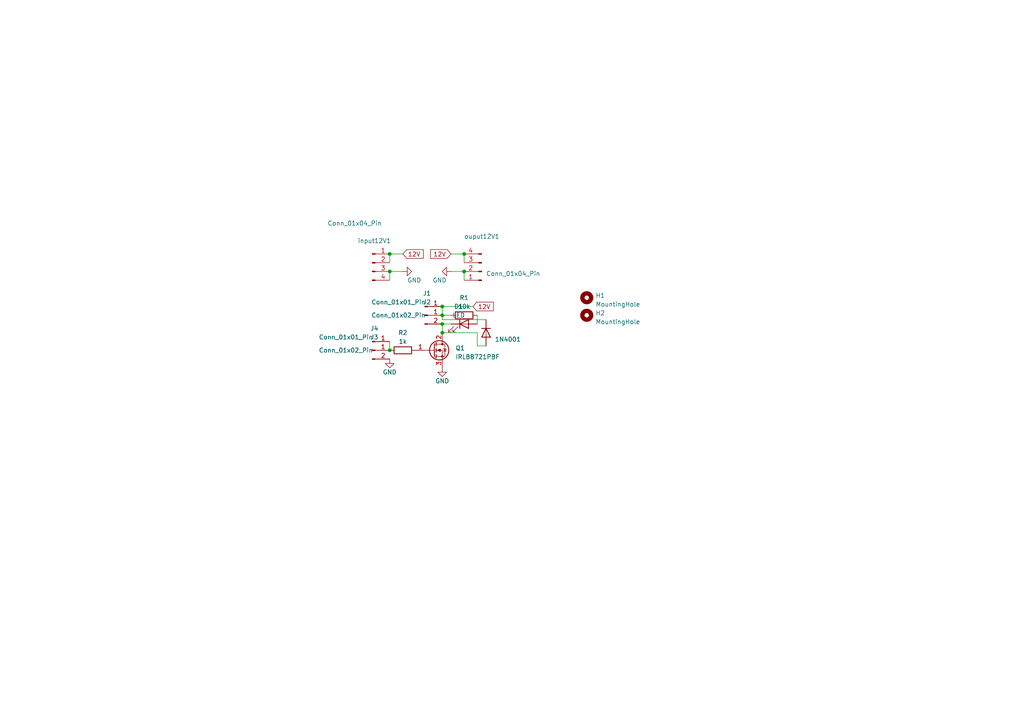
<source format=kicad_sch>
(kicad_sch (version 20230121) (generator eeschema)
  (paper "A4")
  (lib_symbols
    (symbol "Connector:Conn_01x01_Pin" (pin_names (offset 1.016) hide)
      (property "Reference" "J" (at 0 2.54 0))
      (property "Value" "Conn_01x01_Pin" (at 0 -2.54 0))
      (symbol "Conn_01x01_Pin_1_1"
        (polyline (pts (xy 1.27 0) (xy 0.8636 0)) (stroke (width 0.1524)))
        (rectangle (start 0.8636 0.127) (end 0 -0.127) (stroke (width 0.1524)) (fill (type outline)))
        (pin passive line (at 5.08 0 180) (length 3.81) (name "Pin_1") (number "1"))
      )
    )
    (symbol "Connector:Conn_01x02_Pin" (pin_names (offset 1.016) hide)
      (property "Reference" "J" (at 0 2.54 0))
      (property "Value" "Conn_01x02_Pin" (at 0 -5.08 0))
      (symbol "Conn_01x02_Pin_1_1"
        (polyline (pts (xy 1.27 -2.54) (xy 0.8636 -2.54)) (stroke (width 0.1524)))
        (polyline (pts (xy 1.27 0) (xy 0.8636 0)) (stroke (width 0.1524)))
        (rectangle (start 0.8636 -2.413) (end 0 -2.667) (stroke (width 0.1524)) (fill (type outline)))
        (rectangle (start 0.8636 0.127) (end 0 -0.127) (stroke (width 0.1524)) (fill (type outline)))
        (pin passive line (at 5.08 0 180) (length 3.81) (name "Pin_1") (number "1"))
        (pin passive line (at 5.08 -2.54 180) (length 3.81) (name "Pin_2") (number "2"))
      )
    )
    (symbol "Connector:Conn_01x04_Pin" (pin_names (offset 1.016) hide)
      (property "Reference" "J" (at 0 5.08 0))
      (property "Value" "Conn_01x04_Pin" (at 0 -7.62 0))
      (symbol "Conn_01x04_Pin_1_1"
        (polyline (pts (xy 1.27 -5.08) (xy 0.8636 -5.08)) (stroke (width 0.1524)))
        (polyline (pts (xy 1.27 -2.54) (xy 0.8636 -2.54)) (stroke (width 0.1524)))
        (polyline (pts (xy 1.27 0) (xy 0.8636 0)) (stroke (width 0.1524)))
        (polyline (pts (xy 1.27 2.54) (xy 0.8636 2.54)) (stroke (width 0.1524)))
        (rectangle (start 0.8636 -4.953) (end 0 -5.207) (stroke (width 0.1524)) (fill (type outline)))
        (rectangle (start 0.8636 -2.413) (end 0 -2.667) (stroke (width 0.1524)) (fill (type outline)))
        (rectangle (start 0.8636 0.127) (end 0 -0.127) (stroke (width 0.1524)) (fill (type outline)))
        (rectangle (start 0.8636 2.667) (end 0 2.413) (stroke (width 0.1524)) (fill (type outline)))
        (pin passive line (at 5.08 2.54 180) (length 3.81) (name "Pin_1") (number "1"))
        (pin passive line (at 5.08 0 180) (length 3.81) (name "Pin_2") (number "2"))
        (pin passive line (at 5.08 -2.54 180) (length 3.81) (name "Pin_3") (number "3"))
        (pin passive line (at 5.08 -5.08 180) (length 3.81) (name "Pin_4") (number "4"))
      )
    )
    (symbol "Device:LED" (pin_numbers hide) (pin_names (offset 1.016) hide)
      (property "Reference" "D" (at 0 2.54 0))
      (property "Value" "LED" (at 0 -2.54 0))
      (symbol "LED_0_1"
        (polyline (pts (xy -1.27 -1.27) (xy -1.27 1.27)) (stroke (width 0.254)))
        (polyline (pts (xy -1.27 0) (xy 1.27 0)))
        (polyline (pts (xy 1.27 -1.27) (xy 1.27 1.27) (xy -1.27 0) (xy 1.27 -1.27)) (stroke (width 0.254)))
        (polyline (pts (xy -3.048 -0.762) (xy -4.572 -2.286) (xy -3.81 -2.286) (xy -4.572 -2.286) (xy -4.572 -1.524)))
        (polyline (pts (xy -1.778 -0.762) (xy -3.302 -2.286) (xy -2.54 -2.286) (xy -3.302 -2.286) (xy -3.302 -1.524)))
      )
      (symbol "LED_1_1"
        (pin passive line (at -3.81 0 0) (length 2.54) (name "K") (number "1"))
        (pin passive line (at 3.81 0 180) (length 2.54) (name "A") (number "2"))
      )
    )
    (symbol "Device:R" (pin_numbers hide) (pin_names (offset 0))
      (property "Reference" "R" (at 2.032 0 90))
      (property "Value" "R" (at 0 0 90))
      (symbol "R_0_1"
        (rectangle (start -1.016 -2.54) (end 1.016 2.54) (stroke (width 0.254)))
      )
      (symbol "R_1_1"
        (pin passive line (at 0 3.81 270) (length 1.27) (name "~") (number "1"))
        (pin passive line (at 0 -3.81 90) (length 1.27) (name "~") (number "2"))
      )
    )
    (symbol "Diode:1N4001" (pin_numbers hide) (pin_names hide)
      (property "Reference" "D" (at 0 2.54 0))
      (property "Value" "1N4001" (at 0 -2.54 0))
      (symbol "1N4001_0_1"
        (polyline (pts (xy -1.27 1.27) (xy -1.27 -1.27)) (stroke (width 0.254)))
        (polyline (pts (xy 1.27 0) (xy -1.27 0)))
        (polyline (pts (xy 1.27 1.27) (xy 1.27 -1.27) (xy -1.27 0) (xy 1.27 1.27)) (stroke (width 0.254)))
      )
      (symbol "1N4001_1_1"
        (pin passive line (at -3.81 0 0) (length 2.54) (name "K") (number "1"))
        (pin passive line (at 3.81 0 180) (length 2.54) (name "A") (number "2"))
      )
    )
    (symbol "Mechanical:MountingHole" (pin_names (offset 1.016))
      (property "Reference" "H" (at 0 5.08 0))
      (property "Value" "MountingHole" (at 0 3.175 0))
      (symbol "MountingHole_0_1"
        (circle (center 0 0) (radius 1.27) (stroke (width 1.27)))
      )
    )
    (symbol "Transistor_FET:IRLB8721PBF" (pin_names hide)
      (property "Reference" "Q" (at 6.35 1.905 0))
      (property "Value" "IRLB8721PBF" (at 6.35 0 0))
      (symbol "IRLB8721PBF_0_1"
        (polyline (pts (xy 0.254 0) (xy -2.54 0)))
        (polyline (pts (xy 0.254 1.905) (xy 0.254 -1.905)) (stroke (width 0.254)))
        (polyline (pts (xy 0.762 -1.27) (xy 0.762 -2.286)) (stroke (width 0.254)))
        (polyline (pts (xy 0.762 0.508) (xy 0.762 -0.508)) (stroke (width 0.254)))
        (polyline (pts (xy 0.762 2.286) (xy 0.762 1.27)) (stroke (width 0.254)))
        (polyline (pts (xy 2.54 2.54) (xy 2.54 1.778)))
        (polyline (pts (xy 2.54 -2.54) (xy 2.54 0) (xy 0.762 0)))
        (polyline (pts (xy 0.762 -1.778) (xy 3.302 -1.778) (xy 3.302 1.778) (xy 0.762 1.778)))
        (polyline (pts (xy 1.016 0) (xy 2.032 0.381) (xy 2.032 -0.381) (xy 1.016 0)) (fill (type outline)))
        (polyline (pts (xy 2.794 0.508) (xy 2.921 0.381) (xy 3.683 0.381) (xy 3.81 0.254)))
        (polyline (pts (xy 3.302 0.381) (xy 2.921 -0.254) (xy 3.683 -0.254) (xy 3.302 0.381)))
        (circle (center 1.651 0) (radius 2.794) (stroke (width 0.254)))
        (circle (center 2.54 -1.778) (radius 0.254) (fill (type outline)))
        (circle (center 2.54 1.778) (radius 0.254) (fill (type outline)))
      )
      (symbol "IRLB8721PBF_1_1"
        (pin input line (at -5.08 0 0) (length 2.54) (name "G") (number "1"))
        (pin passive line (at 2.54 5.08 270) (length 2.54) (name "D") (number "2"))
        (pin passive line (at 2.54 -5.08 90) (length 2.54) (name "S") (number "3"))
      )
    )
    (symbol "power:GND" (power) (pin_names (offset 0))
      (property "Value" "GND" (at 0 -3.81 0))
      (symbol "GND_0_1"
        (polyline (pts (xy 0 0) (xy 0 -1.27) (xy 1.27 -1.27) (xy 0 -2.54) (xy -1.27 -1.27) (xy 0 -1.27)))
      )
      (symbol "GND_1_1"
        (pin power_in line (at 0 0 270) (length 0) hide (name "GND") (number "1"))
      )
    )
  )
  (junction (at 128.27 96.52))
  (junction (at 128.27 91.44))
  (junction (at 128.27 88.9))
  (junction (at 113.03 101.6))
  (junction (at 134.62 73.66))
  (junction (at 113.03 78.74))
  (junction (at 113.03 73.66))
  (junction (at 128.27 93.98))
  (junction (at 134.62 78.74))
  (wire (pts (xy 128.27 91.44) (xy 128.27 92.71)))
  (wire (pts (xy 113.03 99.06) (xy 113.03 101.6)))
  (wire (pts (xy 130.81 73.66) (xy 134.62 73.66)))
  (wire (pts (xy 128.27 88.9) (xy 128.27 91.44)))
  (wire (pts (xy 134.62 73.66) (xy 134.62 76.2)))
  (wire (pts (xy 113.03 78.74) (xy 113.03 81.28)))
  (wire (pts (xy 113.03 73.66) (xy 116.84 73.66)))
  (wire (pts (xy 128.27 93.98) (xy 130.81 93.98)))
  (wire (pts (xy 113.03 78.74) (xy 116.84 78.74)))
  (wire (pts (xy 113.03 73.66) (xy 113.03 76.2)))
  (wire (pts (xy 140.97 100.33) (xy 138.43 100.33)))
  (wire (pts (xy 128.27 91.44) (xy 130.81 91.44)))
  (wire (pts (xy 128.27 92.71) (xy 140.97 92.71)))
  (wire (pts (xy 138.43 96.52) (xy 128.27 96.52)))
  (wire (pts (xy 134.62 78.74) (xy 134.62 81.28)))
  (wire (pts (xy 138.43 91.44) (xy 138.43 93.98)))
  (wire (pts (xy 130.81 78.74) (xy 134.62 78.74)))
  (wire (pts (xy 138.43 100.33) (xy 138.43 96.52)))
  (wire (pts (xy 128.27 88.9) (xy 137.16 88.9)))
  (wire (pts (xy 128.27 93.98) (xy 128.27 96.52)))
  (global_label "12V" (shape input) (at 137.16 88.9 0) (property "Intersheetrefs" "${INTERSHEET_REFS}" (effects hide)))
  (global_label "12V" (shape input) (at 116.84 73.66 0) (property "Intersheetrefs" "${INTERSHEET_REFS}" (effects hide)))
  (global_label "12V" (shape input) (at 130.81 73.66 180) (property "Intersheetrefs" "${INTERSHEET_REFS}" (effects hide)))
  (symbol (lib_id "Connector:Conn_01x02_Pin") (at 107.95 101.6 0) (unit 1)
    (property "Reference" "J3" (at 108.585 97.79 0))
    (property "Value" "Conn_01x02_Pin" (at 100.33 101.6 0))
    (property "Footprint" "Connector_Molex:Molex_KK-254_AE-6410-02A_1x02_P2.54mm_Vertical" (effects hide))
  )
  (symbol (lib_id "Device:R") (at 134.62 91.44 90) (unit 1)
    (property "Reference" "R1" (at 134.62 86.36 90))
    (property "Value" "10k" (at 134.62 88.9 90))
    (property "Footprint" "Resistor_SMD:R_0805_2012Metric_Pad1.20x1.40mm_HandSolder" (effects hide))
  )
  (symbol (lib_id "Connector:Conn_01x02_Pin") (at 123.19 91.44 0) (unit 1)
    (property "Reference" "J2" (at 123.825 87.63 0))
    (property "Value" "Conn_01x02_Pin" (at 115.57 91.44 0))
    (property "Footprint" "Connector_Molex:Molex_KK-254_AE-6410-02A_1x02_P2.54mm_Vertical" (effects hide))
  )
  (symbol (lib_id "power:GND") (at 128.27 106.68 0) (unit 1)
    (property "Reference" "#PWR01" (effects hide))
    (property "Value" "GND" (at 128.27 110.49 0))
  )
  (symbol (lib_id "power:GND") (at 113.03 104.14 0) (unit 1)
    (property "Reference" "#PWR02" (effects hide))
    (property "Value" "GND" (at 113.03 107.95 0))
  )
  (symbol (lib_id "Connector:Conn_01x04_Pin") (at 139.7 78.74 180) (unit 1)
    (property "Reference" "ouput12V1" (at 134.62 68.58 0) (effects (justify right)))
    (property "Value" "Conn_01x04_Pin" (at 140.97 79.375 0) (effects (justify right)))
    (property "Footprint" "Connector_PinHeader_2.54mm:PinHeader_1x04_P2.54mm_Vertical" (effects hide))
  )
  (symbol (lib_id "power:GND") (at 130.81 78.74 270) (unit 1)
    (property "Reference" "#PWR04" (effects hide))
    (property "Value" "GND" (at 129.54 81.28 90) (effects (justify right)))
  )
  (symbol (lib_id "Transistor_FET:IRLB8721PBF") (at 125.73 101.6 0) (unit 1)
    (property "Reference" "Q1" (at 132.08 100.965 0) (effects (justify left)))
    (property "Value" "IRLB8721PBF" (at 132.08 103.505 0) (effects (justify left)))
    (property "Footprint" "Package_TO_SOT_THT:TO-220-3_Vertical" (effects hide))
    (property "Datasheet" "http://www.infineon.com/dgdl/irlb8721pbf.pdf?fileId=5546d462533600a40153566056732591" (effects hide))
  )
  (symbol (lib_id "Connector:Conn_01x01_Pin") (at 123.19 88.9 0) (unit 1)
    (property "Reference" "J1" (at 123.825 85.09 0))
    (property "Value" "Conn_01x01_Pin" (at 115.57 87.63 0))
    (property "Footprint" "Connector_PinHeader_2.54mm:PinHeader_1x01_P2.54mm_Vertical" (effects hide))
  )
  (symbol (lib_id "Device:LED") (at 134.62 93.98 0) (unit 1)
    (property "Reference" "D1" (at 133.0325 88.9 0))
    (property "Value" "LED" (at 133.0325 91.44 0))
    (property "Footprint" "LED_SMD:LED_1206_3216Metric_Pad1.42x1.75mm_HandSolder" (effects hide))
  )
  (symbol (lib_id "Mechanical:MountingHole") (at 170.18 91.44 0) (unit 1)
    (property "Reference" "H2" (at 172.72 90.805 0) (effects (justify left)))
    (property "Value" "MountingHole" (at 172.72 93.345 0) (effects (justify left)))
    (property "Footprint" "MountingHole:MountingHole_3.2mm_M3" (effects hide))
  )
  (symbol (lib_id "power:GND") (at 116.84 78.74 90) (unit 1)
    (property "Reference" "#PWR03" (effects hide))
    (property "Value" "GND" (at 118.11 81.28 90) (effects (justify right)))
  )
  (symbol (lib_id "Connector:Conn_01x04_Pin") (at 107.95 76.2 0) (unit 1)
    (property "Reference" "input12V1" (at 108.585 69.85 0))
    (property "Value" "Conn_01x04_Pin" (at 102.87 64.77 0))
    (property "Footprint" "Connector_PinHeader_2.54mm:PinHeader_1x04_P2.54mm_Vertical" (effects hide))
  )
  (symbol (lib_id "Diode:1N4001") (at 140.97 96.52 270) (unit 1)
    (property "Reference" "D2" (effects hide))
    (property "Value" "1N4001" (at 143.51 98.425 90) (effects (justify left)))
    (property "Footprint" "Diode_SMD:D_SMA_Handsoldering" (effects hide))
    (property "Datasheet" "http://www.vishay.com/docs/88503/1n4001.pdf" (effects hide))
    (property "Sim.Device" "D" (effects hide))
    (property "Sim.Pins" "1=K 2=A" (effects hide))
  )
  (symbol (lib_id "Connector:Conn_01x01_Pin") (at 107.95 99.06 0) (unit 1)
    (property "Reference" "J4" (at 108.585 95.25 0))
    (property "Value" "Conn_01x01_Pin" (at 100.33 97.79 0))
    (property "Footprint" "Connector_PinHeader_2.54mm:PinHeader_1x01_P2.54mm_Vertical" (effects hide))
  )
  (symbol (lib_id "Device:R") (at 116.84 101.6 90) (unit 1)
    (property "Reference" "R2" (at 116.84 96.52 90))
    (property "Value" "1k" (at 116.84 99.06 90))
    (property "Footprint" "Resistor_SMD:R_0805_2012Metric_Pad1.20x1.40mm_HandSolder" (effects hide))
  )
  (symbol (lib_id "Mechanical:MountingHole") (at 170.18 86.36 0) (unit 1)
    (property "Reference" "H1" (at 172.72 85.725 0) (effects (justify left)))
    (property "Value" "MountingHole" (at 172.72 88.265 0) (effects (justify left)))
    (property "Footprint" "MountingHole:MountingHole_3.2mm_M3" (effects hide))
  )
)
</source>
